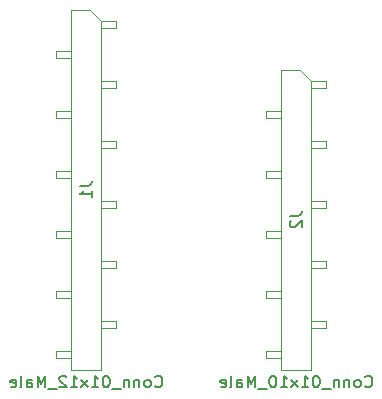
<source format=gbr>
%TF.GenerationSoftware,KiCad,Pcbnew,(5.1.10)-1*%
%TF.CreationDate,2021-11-28T18:03:10+01:00*%
%TF.ProjectId,M5StampC3,4d355374-616d-4704-9333-2e6b69636164,rev?*%
%TF.SameCoordinates,Original*%
%TF.FileFunction,Other,Fab,Bot*%
%FSLAX46Y46*%
G04 Gerber Fmt 4.6, Leading zero omitted, Abs format (unit mm)*
G04 Created by KiCad (PCBNEW (5.1.10)-1) date 2021-11-28 18:03:10*
%MOMM*%
%LPD*%
G01*
G04 APERTURE LIST*
%ADD10C,0.100000*%
%ADD11C,0.150000*%
G04 APERTURE END LIST*
D10*
%TO.C,J2*%
X131750000Y-78552000D02*
X133020000Y-78552000D01*
X131750000Y-77912000D02*
X131750000Y-78552000D01*
X133020000Y-77912000D02*
X131750000Y-77912000D01*
X131750000Y-73472000D02*
X133020000Y-73472000D01*
X131750000Y-72832000D02*
X131750000Y-73472000D01*
X133020000Y-72832000D02*
X131750000Y-72832000D01*
X131750000Y-68392000D02*
X133020000Y-68392000D01*
X131750000Y-67752000D02*
X131750000Y-68392000D01*
X133020000Y-67752000D02*
X131750000Y-67752000D01*
X131750000Y-63312000D02*
X133020000Y-63312000D01*
X131750000Y-62672000D02*
X131750000Y-63312000D01*
X133020000Y-62672000D02*
X131750000Y-62672000D01*
X131750000Y-58232000D02*
X133020000Y-58232000D01*
X131750000Y-57592000D02*
X131750000Y-58232000D01*
X133020000Y-57592000D02*
X131750000Y-57592000D01*
X136830000Y-76012000D02*
X135560000Y-76012000D01*
X136830000Y-75372000D02*
X136830000Y-76012000D01*
X135560000Y-75372000D02*
X136830000Y-75372000D01*
X136830000Y-70932000D02*
X135560000Y-70932000D01*
X136830000Y-70292000D02*
X136830000Y-70932000D01*
X135560000Y-70292000D02*
X136830000Y-70292000D01*
X136830000Y-65852000D02*
X135560000Y-65852000D01*
X136830000Y-65212000D02*
X136830000Y-65852000D01*
X135560000Y-65212000D02*
X136830000Y-65212000D01*
X136830000Y-60772000D02*
X135560000Y-60772000D01*
X136830000Y-60132000D02*
X136830000Y-60772000D01*
X135560000Y-60132000D02*
X136830000Y-60132000D01*
X136830000Y-55692000D02*
X135560000Y-55692000D01*
X136830000Y-55052000D02*
X136830000Y-55692000D01*
X135560000Y-55052000D02*
X136830000Y-55052000D01*
X133020000Y-54102000D02*
X133020000Y-79502000D01*
X135560000Y-55052000D02*
X134610000Y-54102000D01*
X135560000Y-79502000D02*
X135560000Y-55052000D01*
X134610000Y-54102000D02*
X133020000Y-54102000D01*
X133020000Y-79502000D02*
X135560000Y-79502000D01*
%TO.C,J1*%
X113970000Y-78548000D02*
X115240000Y-78548000D01*
X113970000Y-77908000D02*
X113970000Y-78548000D01*
X115240000Y-77908000D02*
X113970000Y-77908000D01*
X113970000Y-73468000D02*
X115240000Y-73468000D01*
X113970000Y-72828000D02*
X113970000Y-73468000D01*
X115240000Y-72828000D02*
X113970000Y-72828000D01*
X113970000Y-68388000D02*
X115240000Y-68388000D01*
X113970000Y-67748000D02*
X113970000Y-68388000D01*
X115240000Y-67748000D02*
X113970000Y-67748000D01*
X113970000Y-63308000D02*
X115240000Y-63308000D01*
X113970000Y-62668000D02*
X113970000Y-63308000D01*
X115240000Y-62668000D02*
X113970000Y-62668000D01*
X113970000Y-58228000D02*
X115240000Y-58228000D01*
X113970000Y-57588000D02*
X113970000Y-58228000D01*
X115240000Y-57588000D02*
X113970000Y-57588000D01*
X113970000Y-53148000D02*
X115240000Y-53148000D01*
X113970000Y-52508000D02*
X113970000Y-53148000D01*
X115240000Y-52508000D02*
X113970000Y-52508000D01*
X119050000Y-76008000D02*
X117780000Y-76008000D01*
X119050000Y-75368000D02*
X119050000Y-76008000D01*
X117780000Y-75368000D02*
X119050000Y-75368000D01*
X119050000Y-70928000D02*
X117780000Y-70928000D01*
X119050000Y-70288000D02*
X119050000Y-70928000D01*
X117780000Y-70288000D02*
X119050000Y-70288000D01*
X119050000Y-65848000D02*
X117780000Y-65848000D01*
X119050000Y-65208000D02*
X119050000Y-65848000D01*
X117780000Y-65208000D02*
X119050000Y-65208000D01*
X119050000Y-60768000D02*
X117780000Y-60768000D01*
X119050000Y-60128000D02*
X119050000Y-60768000D01*
X117780000Y-60128000D02*
X119050000Y-60128000D01*
X119050000Y-55688000D02*
X117780000Y-55688000D01*
X119050000Y-55048000D02*
X119050000Y-55688000D01*
X117780000Y-55048000D02*
X119050000Y-55048000D01*
X119050000Y-50608000D02*
X117780000Y-50608000D01*
X119050000Y-49968000D02*
X119050000Y-50608000D01*
X117780000Y-49968000D02*
X119050000Y-49968000D01*
X115240000Y-49018000D02*
X115240000Y-79498000D01*
X117780000Y-49968000D02*
X116830000Y-49018000D01*
X117780000Y-79498000D02*
X117780000Y-49968000D01*
X116830000Y-49018000D02*
X115240000Y-49018000D01*
X115240000Y-79498000D02*
X117780000Y-79498000D01*
%TD*%
%TO.C,J2*%
D11*
X140123333Y-80919142D02*
X140170952Y-80966761D01*
X140313809Y-81014380D01*
X140409047Y-81014380D01*
X140551904Y-80966761D01*
X140647142Y-80871523D01*
X140694761Y-80776285D01*
X140742380Y-80585809D01*
X140742380Y-80442952D01*
X140694761Y-80252476D01*
X140647142Y-80157238D01*
X140551904Y-80062000D01*
X140409047Y-80014380D01*
X140313809Y-80014380D01*
X140170952Y-80062000D01*
X140123333Y-80109619D01*
X139551904Y-81014380D02*
X139647142Y-80966761D01*
X139694761Y-80919142D01*
X139742380Y-80823904D01*
X139742380Y-80538190D01*
X139694761Y-80442952D01*
X139647142Y-80395333D01*
X139551904Y-80347714D01*
X139409047Y-80347714D01*
X139313809Y-80395333D01*
X139266190Y-80442952D01*
X139218571Y-80538190D01*
X139218571Y-80823904D01*
X139266190Y-80919142D01*
X139313809Y-80966761D01*
X139409047Y-81014380D01*
X139551904Y-81014380D01*
X138790000Y-80347714D02*
X138790000Y-81014380D01*
X138790000Y-80442952D02*
X138742380Y-80395333D01*
X138647142Y-80347714D01*
X138504285Y-80347714D01*
X138409047Y-80395333D01*
X138361428Y-80490571D01*
X138361428Y-81014380D01*
X137885238Y-80347714D02*
X137885238Y-81014380D01*
X137885238Y-80442952D02*
X137837619Y-80395333D01*
X137742380Y-80347714D01*
X137599523Y-80347714D01*
X137504285Y-80395333D01*
X137456666Y-80490571D01*
X137456666Y-81014380D01*
X137218571Y-81109619D02*
X136456666Y-81109619D01*
X136028095Y-80014380D02*
X135932857Y-80014380D01*
X135837619Y-80062000D01*
X135790000Y-80109619D01*
X135742380Y-80204857D01*
X135694761Y-80395333D01*
X135694761Y-80633428D01*
X135742380Y-80823904D01*
X135790000Y-80919142D01*
X135837619Y-80966761D01*
X135932857Y-81014380D01*
X136028095Y-81014380D01*
X136123333Y-80966761D01*
X136170952Y-80919142D01*
X136218571Y-80823904D01*
X136266190Y-80633428D01*
X136266190Y-80395333D01*
X136218571Y-80204857D01*
X136170952Y-80109619D01*
X136123333Y-80062000D01*
X136028095Y-80014380D01*
X134742380Y-81014380D02*
X135313809Y-81014380D01*
X135028095Y-81014380D02*
X135028095Y-80014380D01*
X135123333Y-80157238D01*
X135218571Y-80252476D01*
X135313809Y-80300095D01*
X134409047Y-81014380D02*
X133885238Y-80347714D01*
X134409047Y-80347714D02*
X133885238Y-81014380D01*
X132980476Y-81014380D02*
X133551904Y-81014380D01*
X133266190Y-81014380D02*
X133266190Y-80014380D01*
X133361428Y-80157238D01*
X133456666Y-80252476D01*
X133551904Y-80300095D01*
X132361428Y-80014380D02*
X132266190Y-80014380D01*
X132170952Y-80062000D01*
X132123333Y-80109619D01*
X132075714Y-80204857D01*
X132028095Y-80395333D01*
X132028095Y-80633428D01*
X132075714Y-80823904D01*
X132123333Y-80919142D01*
X132170952Y-80966761D01*
X132266190Y-81014380D01*
X132361428Y-81014380D01*
X132456666Y-80966761D01*
X132504285Y-80919142D01*
X132551904Y-80823904D01*
X132599523Y-80633428D01*
X132599523Y-80395333D01*
X132551904Y-80204857D01*
X132504285Y-80109619D01*
X132456666Y-80062000D01*
X132361428Y-80014380D01*
X131837619Y-81109619D02*
X131075714Y-81109619D01*
X130837619Y-81014380D02*
X130837619Y-80014380D01*
X130504285Y-80728666D01*
X130170952Y-80014380D01*
X130170952Y-81014380D01*
X129266190Y-81014380D02*
X129266190Y-80490571D01*
X129313809Y-80395333D01*
X129409047Y-80347714D01*
X129599523Y-80347714D01*
X129694761Y-80395333D01*
X129266190Y-80966761D02*
X129361428Y-81014380D01*
X129599523Y-81014380D01*
X129694761Y-80966761D01*
X129742380Y-80871523D01*
X129742380Y-80776285D01*
X129694761Y-80681047D01*
X129599523Y-80633428D01*
X129361428Y-80633428D01*
X129266190Y-80585809D01*
X128647142Y-81014380D02*
X128742380Y-80966761D01*
X128790000Y-80871523D01*
X128790000Y-80014380D01*
X127885238Y-80966761D02*
X127980476Y-81014380D01*
X128170952Y-81014380D01*
X128266190Y-80966761D01*
X128313809Y-80871523D01*
X128313809Y-80490571D01*
X128266190Y-80395333D01*
X128170952Y-80347714D01*
X127980476Y-80347714D01*
X127885238Y-80395333D01*
X127837619Y-80490571D01*
X127837619Y-80585809D01*
X128313809Y-80681047D01*
X133742380Y-66468666D02*
X134456666Y-66468666D01*
X134599523Y-66421047D01*
X134694761Y-66325809D01*
X134742380Y-66182952D01*
X134742380Y-66087714D01*
X133837619Y-66897238D02*
X133790000Y-66944857D01*
X133742380Y-67040095D01*
X133742380Y-67278190D01*
X133790000Y-67373428D01*
X133837619Y-67421047D01*
X133932857Y-67468666D01*
X134028095Y-67468666D01*
X134170952Y-67421047D01*
X134742380Y-66849619D01*
X134742380Y-67468666D01*
%TO.C,J1*%
X122343333Y-80915142D02*
X122390952Y-80962761D01*
X122533809Y-81010380D01*
X122629047Y-81010380D01*
X122771904Y-80962761D01*
X122867142Y-80867523D01*
X122914761Y-80772285D01*
X122962380Y-80581809D01*
X122962380Y-80438952D01*
X122914761Y-80248476D01*
X122867142Y-80153238D01*
X122771904Y-80058000D01*
X122629047Y-80010380D01*
X122533809Y-80010380D01*
X122390952Y-80058000D01*
X122343333Y-80105619D01*
X121771904Y-81010380D02*
X121867142Y-80962761D01*
X121914761Y-80915142D01*
X121962380Y-80819904D01*
X121962380Y-80534190D01*
X121914761Y-80438952D01*
X121867142Y-80391333D01*
X121771904Y-80343714D01*
X121629047Y-80343714D01*
X121533809Y-80391333D01*
X121486190Y-80438952D01*
X121438571Y-80534190D01*
X121438571Y-80819904D01*
X121486190Y-80915142D01*
X121533809Y-80962761D01*
X121629047Y-81010380D01*
X121771904Y-81010380D01*
X121010000Y-80343714D02*
X121010000Y-81010380D01*
X121010000Y-80438952D02*
X120962380Y-80391333D01*
X120867142Y-80343714D01*
X120724285Y-80343714D01*
X120629047Y-80391333D01*
X120581428Y-80486571D01*
X120581428Y-81010380D01*
X120105238Y-80343714D02*
X120105238Y-81010380D01*
X120105238Y-80438952D02*
X120057619Y-80391333D01*
X119962380Y-80343714D01*
X119819523Y-80343714D01*
X119724285Y-80391333D01*
X119676666Y-80486571D01*
X119676666Y-81010380D01*
X119438571Y-81105619D02*
X118676666Y-81105619D01*
X118248095Y-80010380D02*
X118152857Y-80010380D01*
X118057619Y-80058000D01*
X118010000Y-80105619D01*
X117962380Y-80200857D01*
X117914761Y-80391333D01*
X117914761Y-80629428D01*
X117962380Y-80819904D01*
X118010000Y-80915142D01*
X118057619Y-80962761D01*
X118152857Y-81010380D01*
X118248095Y-81010380D01*
X118343333Y-80962761D01*
X118390952Y-80915142D01*
X118438571Y-80819904D01*
X118486190Y-80629428D01*
X118486190Y-80391333D01*
X118438571Y-80200857D01*
X118390952Y-80105619D01*
X118343333Y-80058000D01*
X118248095Y-80010380D01*
X116962380Y-81010380D02*
X117533809Y-81010380D01*
X117248095Y-81010380D02*
X117248095Y-80010380D01*
X117343333Y-80153238D01*
X117438571Y-80248476D01*
X117533809Y-80296095D01*
X116629047Y-81010380D02*
X116105238Y-80343714D01*
X116629047Y-80343714D02*
X116105238Y-81010380D01*
X115200476Y-81010380D02*
X115771904Y-81010380D01*
X115486190Y-81010380D02*
X115486190Y-80010380D01*
X115581428Y-80153238D01*
X115676666Y-80248476D01*
X115771904Y-80296095D01*
X114819523Y-80105619D02*
X114771904Y-80058000D01*
X114676666Y-80010380D01*
X114438571Y-80010380D01*
X114343333Y-80058000D01*
X114295714Y-80105619D01*
X114248095Y-80200857D01*
X114248095Y-80296095D01*
X114295714Y-80438952D01*
X114867142Y-81010380D01*
X114248095Y-81010380D01*
X114057619Y-81105619D02*
X113295714Y-81105619D01*
X113057619Y-81010380D02*
X113057619Y-80010380D01*
X112724285Y-80724666D01*
X112390952Y-80010380D01*
X112390952Y-81010380D01*
X111486190Y-81010380D02*
X111486190Y-80486571D01*
X111533809Y-80391333D01*
X111629047Y-80343714D01*
X111819523Y-80343714D01*
X111914761Y-80391333D01*
X111486190Y-80962761D02*
X111581428Y-81010380D01*
X111819523Y-81010380D01*
X111914761Y-80962761D01*
X111962380Y-80867523D01*
X111962380Y-80772285D01*
X111914761Y-80677047D01*
X111819523Y-80629428D01*
X111581428Y-80629428D01*
X111486190Y-80581809D01*
X110867142Y-81010380D02*
X110962380Y-80962761D01*
X111010000Y-80867523D01*
X111010000Y-80010380D01*
X110105238Y-80962761D02*
X110200476Y-81010380D01*
X110390952Y-81010380D01*
X110486190Y-80962761D01*
X110533809Y-80867523D01*
X110533809Y-80486571D01*
X110486190Y-80391333D01*
X110390952Y-80343714D01*
X110200476Y-80343714D01*
X110105238Y-80391333D01*
X110057619Y-80486571D01*
X110057619Y-80581809D01*
X110533809Y-80677047D01*
X115962380Y-63924666D02*
X116676666Y-63924666D01*
X116819523Y-63877047D01*
X116914761Y-63781809D01*
X116962380Y-63638952D01*
X116962380Y-63543714D01*
X116962380Y-64924666D02*
X116962380Y-64353238D01*
X116962380Y-64638952D02*
X115962380Y-64638952D01*
X116105238Y-64543714D01*
X116200476Y-64448476D01*
X116248095Y-64353238D01*
%TD*%
M02*

</source>
